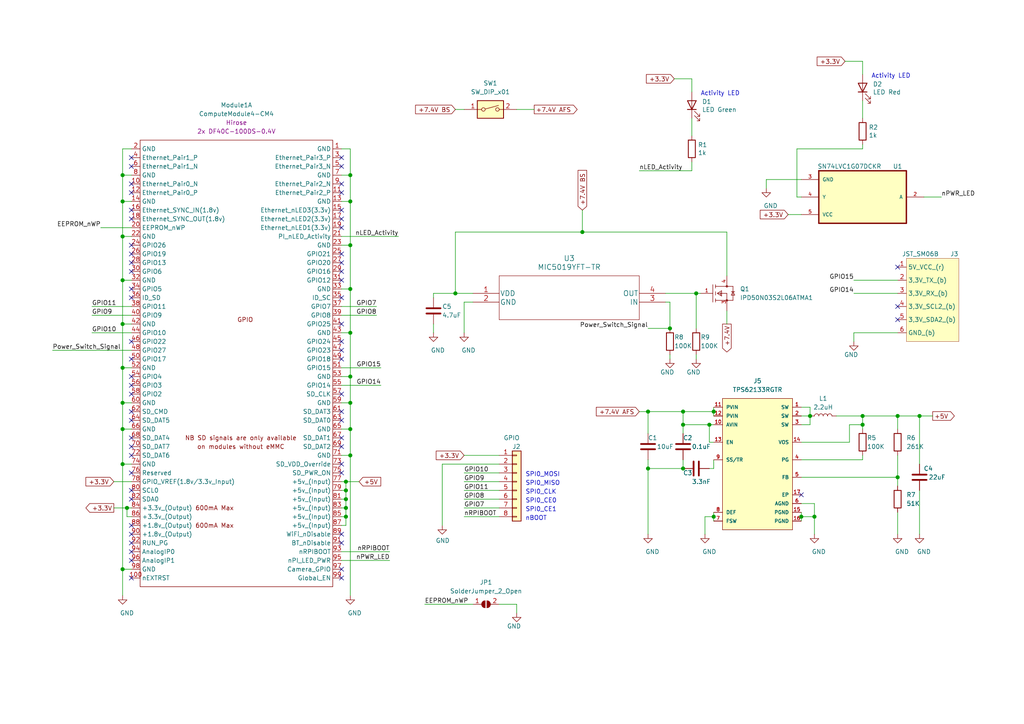
<source format=kicad_sch>
(kicad_sch (version 20210126) (generator eeschema)
  (paper "A4")
  (title_block (title "Raspberry Pi CM4 Carrier Board for Drone with Pixhawk") (date "2020-10-31") (rev "v01") (company "Universitetet i Agder") (comment 2 "creativecommons.org/licenses/by-sa/4.0") (comment 3 "License: CC BY 4.0") (comment 4 "Author: Martin Dahlseng Hermansen") (comment 6 "This is based on Shawn Hymels RPI CM4 Carrier Board Template") (comment 7 "Link to Shawn Hymels GIT: ") (comment 8 "https://github.com/ShawnHymel/rpi-cm4-carrier-template"))
  (junction (at 35.56 50.8) (diameter 1.016))
  (junction (at 35.56 58.42) (diameter 1.016))
  (junction (at 35.56 68.58) (diameter 1.016))
  (junction (at 35.56 81.28) (diameter 1.016))
  (junction (at 35.56 93.98) (diameter 1.016))
  (junction (at 35.56 106.68) (diameter 1.016))
  (junction (at 35.56 116.84) (diameter 1.016))
  (junction (at 35.56 124.46) (diameter 1.016))
  (junction (at 35.56 134.62) (diameter 1.016))
  (junction (at 35.56 165.1) (diameter 1.016))
  (junction (at 36.83 147.32) (diameter 1.016))
  (junction (at 100.33 139.7) (diameter 1.016))
  (junction (at 100.33 142.24) (diameter 1.016))
  (junction (at 100.33 144.78) (diameter 1.016))
  (junction (at 100.33 147.32) (diameter 1.016))
  (junction (at 100.33 149.86) (diameter 1.016))
  (junction (at 101.6 50.8) (diameter 1.016))
  (junction (at 101.6 58.42) (diameter 1.016))
  (junction (at 101.6 71.12) (diameter 1.016))
  (junction (at 101.6 83.82) (diameter 1.016))
  (junction (at 101.6 96.52) (diameter 1.016))
  (junction (at 101.6 109.22) (diameter 1.016))
  (junction (at 101.6 116.84) (diameter 1.016))
  (junction (at 101.6 124.46) (diameter 1.016))
  (junction (at 101.6 132.08) (diameter 1.016))
  (junction (at 132.08 85.09) (diameter 1.016))
  (junction (at 168.91 67.31) (diameter 1.016))
  (junction (at 187.96 119.38) (diameter 1.016))
  (junction (at 187.96 135.89) (diameter 1.016))
  (junction (at 194.31 95.25) (diameter 1.016))
  (junction (at 198.12 119.38) (diameter 1.016))
  (junction (at 198.12 123.19) (diameter 1.016))
  (junction (at 198.12 135.89) (diameter 1.016))
  (junction (at 201.93 85.09) (diameter 1.016))
  (junction (at 205.74 123.19) (diameter 1.016))
  (junction (at 207.01 119.38) (diameter 1.016))
  (junction (at 207.01 149.86) (diameter 1.016))
  (junction (at 232.41 149.86) (diameter 1.016))
  (junction (at 234.95 120.65) (diameter 1.016))
  (junction (at 236.22 149.86) (diameter 1.016))
  (junction (at 250.19 120.65) (diameter 1.016))
  (junction (at 250.19 123.19) (diameter 1.016))
  (junction (at 260.35 120.65) (diameter 1.016))
  (junction (at 260.35 138.43) (diameter 1.016))
  (junction (at 266.7 120.65) (diameter 1.016))
  (no_connect (at 38.1 45.72))
  (no_connect (at 38.1 48.26))
  (no_connect (at 38.1 53.34))
  (no_connect (at 38.1 55.88))
  (no_connect (at 38.1 60.96))
  (no_connect (at 38.1 63.5))
  (no_connect (at 38.1 71.12))
  (no_connect (at 38.1 73.66))
  (no_connect (at 38.1 76.2))
  (no_connect (at 38.1 78.74))
  (no_connect (at 38.1 83.82))
  (no_connect (at 38.1 86.36))
  (no_connect (at 38.1 99.06))
  (no_connect (at 38.1 104.14))
  (no_connect (at 38.1 109.22))
  (no_connect (at 38.1 111.76))
  (no_connect (at 38.1 114.3))
  (no_connect (at 38.1 119.38))
  (no_connect (at 38.1 121.92))
  (no_connect (at 38.1 127))
  (no_connect (at 38.1 129.54))
  (no_connect (at 38.1 132.08))
  (no_connect (at 38.1 137.16))
  (no_connect (at 38.1 142.24))
  (no_connect (at 38.1 144.78))
  (no_connect (at 38.1 152.4))
  (no_connect (at 38.1 154.94))
  (no_connect (at 38.1 157.48))
  (no_connect (at 38.1 160.02))
  (no_connect (at 38.1 162.56))
  (no_connect (at 38.1 167.64))
  (no_connect (at 99.06 45.72))
  (no_connect (at 99.06 48.26))
  (no_connect (at 99.06 53.34))
  (no_connect (at 99.06 55.88))
  (no_connect (at 99.06 60.96))
  (no_connect (at 99.06 63.5))
  (no_connect (at 99.06 66.04))
  (no_connect (at 99.06 73.66))
  (no_connect (at 99.06 76.2))
  (no_connect (at 99.06 78.74))
  (no_connect (at 99.06 81.28))
  (no_connect (at 99.06 86.36))
  (no_connect (at 99.06 93.98))
  (no_connect (at 99.06 99.06))
  (no_connect (at 99.06 101.6))
  (no_connect (at 99.06 104.14))
  (no_connect (at 99.06 114.3))
  (no_connect (at 99.06 119.38))
  (no_connect (at 99.06 121.92))
  (no_connect (at 99.06 127))
  (no_connect (at 99.06 129.54))
  (no_connect (at 99.06 134.62))
  (no_connect (at 99.06 137.16))
  (no_connect (at 99.06 154.94))
  (no_connect (at 99.06 157.48))
  (no_connect (at 99.06 165.1))
  (no_connect (at 99.06 167.64))
  (no_connect (at 232.41 143.51))
  (no_connect (at 260.35 77.47))
  (no_connect (at 260.35 88.9))
  (no_connect (at 260.35 92.71))
  (wire (pts (xy 15.24 101.6) (xy 38.1 101.6)))
  (wire (pts (xy 26.67 88.9) (xy 38.1 88.9)))
  (wire (pts (xy 26.67 91.44) (xy 38.1 91.44)))
  (wire (pts (xy 26.67 96.52) (xy 38.1 96.52)))
  (wire (pts (xy 29.21 66.04) (xy 38.1 66.04)))
  (wire (pts (xy 33.02 139.7) (xy 38.1 139.7)))
  (wire (pts (xy 33.02 147.32) (xy 36.83 147.32)))
  (wire (pts (xy 35.56 43.18) (xy 35.56 50.8)))
  (wire (pts (xy 35.56 50.8) (xy 35.56 58.42)))
  (wire (pts (xy 35.56 50.8) (xy 38.1 50.8)))
  (wire (pts (xy 35.56 58.42) (xy 35.56 68.58)))
  (wire (pts (xy 35.56 58.42) (xy 38.1 58.42)))
  (wire (pts (xy 35.56 68.58) (xy 35.56 81.28)))
  (wire (pts (xy 35.56 68.58) (xy 38.1 68.58)))
  (wire (pts (xy 35.56 81.28) (xy 35.56 93.98)))
  (wire (pts (xy 35.56 81.28) (xy 38.1 81.28)))
  (wire (pts (xy 35.56 93.98) (xy 35.56 106.68)))
  (wire (pts (xy 35.56 93.98) (xy 38.1 93.98)))
  (wire (pts (xy 35.56 106.68) (xy 35.56 116.84)))
  (wire (pts (xy 35.56 106.68) (xy 38.1 106.68)))
  (wire (pts (xy 35.56 116.84) (xy 35.56 124.46)))
  (wire (pts (xy 35.56 116.84) (xy 38.1 116.84)))
  (wire (pts (xy 35.56 124.46) (xy 35.56 134.62)))
  (wire (pts (xy 35.56 124.46) (xy 38.1 124.46)))
  (wire (pts (xy 35.56 134.62) (xy 35.56 165.1)))
  (wire (pts (xy 35.56 134.62) (xy 38.1 134.62)))
  (wire (pts (xy 35.56 165.1) (xy 35.56 172.72)))
  (wire (pts (xy 35.56 165.1) (xy 38.1 165.1)))
  (wire (pts (xy 36.83 147.32) (xy 38.1 147.32)))
  (wire (pts (xy 36.83 149.86) (xy 36.83 147.32)))
  (wire (pts (xy 38.1 43.18) (xy 35.56 43.18)))
  (wire (pts (xy 38.1 149.86) (xy 36.83 149.86)))
  (wire (pts (xy 99.06 43.18) (xy 101.6 43.18)))
  (wire (pts (xy 99.06 50.8) (xy 101.6 50.8)))
  (wire (pts (xy 99.06 58.42) (xy 101.6 58.42)))
  (wire (pts (xy 99.06 68.58) (xy 115.57 68.58)))
  (wire (pts (xy 99.06 71.12) (xy 101.6 71.12)))
  (wire (pts (xy 99.06 83.82) (xy 101.6 83.82)))
  (wire (pts (xy 99.06 88.9) (xy 109.22 88.9)))
  (wire (pts (xy 99.06 91.44) (xy 109.22 91.44)))
  (wire (pts (xy 99.06 96.52) (xy 101.6 96.52)))
  (wire (pts (xy 99.06 106.68) (xy 110.49 106.68)))
  (wire (pts (xy 99.06 109.22) (xy 101.6 109.22)))
  (wire (pts (xy 99.06 111.76) (xy 110.49 111.76)))
  (wire (pts (xy 99.06 116.84) (xy 101.6 116.84)))
  (wire (pts (xy 99.06 124.46) (xy 101.6 124.46)))
  (wire (pts (xy 99.06 132.08) (xy 101.6 132.08)))
  (wire (pts (xy 99.06 139.7) (xy 100.33 139.7)))
  (wire (pts (xy 99.06 142.24) (xy 100.33 142.24)))
  (wire (pts (xy 99.06 144.78) (xy 100.33 144.78)))
  (wire (pts (xy 99.06 147.32) (xy 100.33 147.32)))
  (wire (pts (xy 99.06 149.86) (xy 100.33 149.86)))
  (wire (pts (xy 99.06 152.4) (xy 100.33 152.4)))
  (wire (pts (xy 99.06 160.02) (xy 113.03 160.02)))
  (wire (pts (xy 99.06 162.56) (xy 113.03 162.56)))
  (wire (pts (xy 100.33 139.7) (xy 104.14 139.7)))
  (wire (pts (xy 100.33 142.24) (xy 100.33 139.7)))
  (wire (pts (xy 100.33 144.78) (xy 100.33 142.24)))
  (wire (pts (xy 100.33 147.32) (xy 100.33 144.78)))
  (wire (pts (xy 100.33 149.86) (xy 100.33 147.32)))
  (wire (pts (xy 100.33 152.4) (xy 100.33 149.86)))
  (wire (pts (xy 101.6 43.18) (xy 101.6 50.8)))
  (wire (pts (xy 101.6 50.8) (xy 101.6 58.42)))
  (wire (pts (xy 101.6 58.42) (xy 101.6 71.12)))
  (wire (pts (xy 101.6 71.12) (xy 101.6 83.82)))
  (wire (pts (xy 101.6 83.82) (xy 101.6 96.52)))
  (wire (pts (xy 101.6 96.52) (xy 101.6 109.22)))
  (wire (pts (xy 101.6 109.22) (xy 101.6 116.84)))
  (wire (pts (xy 101.6 116.84) (xy 101.6 124.46)))
  (wire (pts (xy 101.6 124.46) (xy 101.6 132.08)))
  (wire (pts (xy 101.6 132.08) (xy 101.6 172.72)))
  (wire (pts (xy 123.19 175.26) (xy 137.16 175.26)))
  (wire (pts (xy 125.73 85.09) (xy 125.73 86.36)))
  (wire (pts (xy 125.73 85.09) (xy 132.08 85.09)))
  (wire (pts (xy 125.73 93.98) (xy 125.73 96.52)))
  (wire (pts (xy 128.27 134.62) (xy 128.27 152.4)))
  (wire (pts (xy 128.27 134.62) (xy 144.78 134.62)))
  (wire (pts (xy 132.08 31.75) (xy 134.62 31.75)))
  (wire (pts (xy 132.08 67.31) (xy 132.08 85.09)))
  (wire (pts (xy 132.08 85.09) (xy 137.16 85.09)))
  (wire (pts (xy 134.62 87.63) (xy 134.62 96.52)))
  (wire (pts (xy 134.62 132.08) (xy 144.78 132.08)))
  (wire (pts (xy 134.62 137.16) (xy 144.78 137.16)))
  (wire (pts (xy 134.62 139.7) (xy 144.78 139.7)))
  (wire (pts (xy 134.62 142.24) (xy 144.78 142.24)))
  (wire (pts (xy 134.62 144.78) (xy 144.78 144.78)))
  (wire (pts (xy 134.62 147.32) (xy 144.78 147.32)))
  (wire (pts (xy 134.62 149.86) (xy 144.78 149.86)))
  (wire (pts (xy 137.16 87.63) (xy 134.62 87.63)))
  (wire (pts (xy 144.78 175.26) (xy 149.86 175.26)))
  (wire (pts (xy 149.86 31.75) (xy 154.94 31.75)))
  (wire (pts (xy 149.86 175.26) (xy 149.86 177.8)))
  (wire (pts (xy 168.91 60.96) (xy 168.91 67.31)))
  (wire (pts (xy 168.91 67.31) (xy 132.08 67.31)))
  (wire (pts (xy 185.42 49.53) (xy 200.66 49.53)))
  (wire (pts (xy 185.42 119.38) (xy 187.96 119.38)))
  (wire (pts (xy 187.96 95.25) (xy 194.31 95.25)))
  (wire (pts (xy 187.96 119.38) (xy 187.96 125.73)))
  (wire (pts (xy 187.96 119.38) (xy 198.12 119.38)))
  (wire (pts (xy 187.96 133.35) (xy 187.96 135.89)))
  (wire (pts (xy 187.96 135.89) (xy 187.96 154.94)))
  (wire (pts (xy 187.96 135.89) (xy 198.12 135.89)))
  (wire (pts (xy 193.04 85.09) (xy 201.93 85.09)))
  (wire (pts (xy 193.04 87.63) (xy 194.31 87.63)))
  (wire (pts (xy 194.31 87.63) (xy 194.31 95.25)))
  (wire (pts (xy 194.31 102.87) (xy 194.31 104.14)))
  (wire (pts (xy 195.58 22.86) (xy 200.66 22.86)))
  (wire (pts (xy 198.12 119.38) (xy 198.12 123.19)))
  (wire (pts (xy 198.12 119.38) (xy 207.01 119.38)))
  (wire (pts (xy 198.12 123.19) (xy 198.12 125.73)))
  (wire (pts (xy 198.12 133.35) (xy 198.12 135.89)))
  (wire (pts (xy 200.66 26.67) (xy 200.66 22.86)))
  (wire (pts (xy 200.66 34.29) (xy 200.66 39.37)))
  (wire (pts (xy 200.66 49.53) (xy 200.66 46.99)))
  (wire (pts (xy 201.93 85.09) (xy 201.93 95.25)))
  (wire (pts (xy 201.93 85.09) (xy 203.2 85.09)))
  (wire (pts (xy 201.93 102.87) (xy 201.93 104.14)))
  (wire (pts (xy 204.47 149.86) (xy 204.47 154.94)))
  (wire (pts (xy 205.74 123.19) (xy 198.12 123.19)))
  (wire (pts (xy 205.74 128.27) (xy 205.74 123.19)))
  (wire (pts (xy 205.74 135.89) (xy 207.01 135.89)))
  (wire (pts (xy 207.01 118.11) (xy 207.01 119.38)))
  (wire (pts (xy 207.01 119.38) (xy 207.01 120.65)))
  (wire (pts (xy 207.01 123.19) (xy 205.74 123.19)))
  (wire (pts (xy 207.01 128.27) (xy 205.74 128.27)))
  (wire (pts (xy 207.01 133.35) (xy 207.01 135.89)))
  (wire (pts (xy 207.01 148.59) (xy 207.01 149.86)))
  (wire (pts (xy 207.01 149.86) (xy 204.47 149.86)))
  (wire (pts (xy 207.01 149.86) (xy 207.01 151.13)))
  (wire (pts (xy 210.82 67.31) (xy 168.91 67.31)))
  (wire (pts (xy 210.82 67.31) (xy 210.82 80.01)))
  (wire (pts (xy 210.82 90.17) (xy 210.82 93.98)))
  (wire (pts (xy 222.25 52.07) (xy 222.25 54.61)))
  (wire (pts (xy 228.6 62.23) (xy 232.41 62.23)))
  (wire (pts (xy 231.14 43.18) (xy 250.19 43.18)))
  (wire (pts (xy 231.14 57.15) (xy 231.14 43.18)))
  (wire (pts (xy 232.41 52.07) (xy 222.25 52.07)))
  (wire (pts (xy 232.41 57.15) (xy 231.14 57.15)))
  (wire (pts (xy 232.41 118.11) (xy 234.95 118.11)))
  (wire (pts (xy 232.41 120.65) (xy 234.95 120.65)))
  (wire (pts (xy 232.41 123.19) (xy 234.95 123.19)))
  (wire (pts (xy 232.41 128.27) (xy 246.38 128.27)))
  (wire (pts (xy 232.41 133.35) (xy 250.19 133.35)))
  (wire (pts (xy 232.41 138.43) (xy 260.35 138.43)))
  (wire (pts (xy 232.41 148.59) (xy 232.41 149.86)))
  (wire (pts (xy 232.41 149.86) (xy 232.41 151.13)))
  (wire (pts (xy 232.41 149.86) (xy 236.22 149.86)))
  (wire (pts (xy 234.95 118.11) (xy 234.95 120.65)))
  (wire (pts (xy 234.95 120.65) (xy 234.95 123.19)))
  (wire (pts (xy 236.22 146.05) (xy 232.41 146.05)))
  (wire (pts (xy 236.22 146.05) (xy 236.22 149.86)))
  (wire (pts (xy 236.22 149.86) (xy 236.22 154.94)))
  (wire (pts (xy 242.57 120.65) (xy 250.19 120.65)))
  (wire (pts (xy 245.11 17.78) (xy 250.19 17.78)))
  (wire (pts (xy 246.38 123.19) (xy 250.19 123.19)))
  (wire (pts (xy 246.38 128.27) (xy 246.38 123.19)))
  (wire (pts (xy 247.65 81.28) (xy 260.35 81.28)))
  (wire (pts (xy 247.65 85.09) (xy 260.35 85.09)))
  (wire (pts (xy 247.65 96.52) (xy 247.65 99.06)))
  (wire (pts (xy 247.65 96.52) (xy 260.35 96.52)))
  (wire (pts (xy 250.19 21.59) (xy 250.19 17.78)))
  (wire (pts (xy 250.19 29.21) (xy 250.19 34.29)))
  (wire (pts (xy 250.19 43.18) (xy 250.19 41.91)))
  (wire (pts (xy 250.19 120.65) (xy 250.19 123.19)))
  (wire (pts (xy 250.19 120.65) (xy 260.35 120.65)))
  (wire (pts (xy 250.19 123.19) (xy 250.19 124.46)))
  (wire (pts (xy 250.19 132.08) (xy 250.19 133.35)))
  (wire (pts (xy 260.35 120.65) (xy 260.35 124.46)))
  (wire (pts (xy 260.35 120.65) (xy 266.7 120.65)))
  (wire (pts (xy 260.35 132.08) (xy 260.35 138.43)))
  (wire (pts (xy 260.35 138.43) (xy 260.35 140.97)))
  (wire (pts (xy 260.35 148.59) (xy 260.35 154.94)))
  (wire (pts (xy 266.7 120.65) (xy 266.7 134.62)))
  (wire (pts (xy 266.7 120.65) (xy 270.51 120.65)))
  (wire (pts (xy 266.7 142.24) (xy 266.7 154.94)))
  (wire (pts (xy 267.97 57.15) (xy 273.05 57.15)))
  (text "SPI0_MOSI" (at 152.4 138.43 0) (effects (font (size 1.27 1.27)) (justify left bottom)))
  (text "SPI0_MISO" (at 152.4 140.97 0) (effects (font (size 1.27 1.27)) (justify left bottom)))
  (text "SPI0_CLK" (at 152.4 143.51 0) (effects (font (size 1.27 1.27)) (justify left bottom)))
  (text "SPI0_CE0" (at 152.4 146.05 0) (effects (font (size 1.27 1.27)) (justify left bottom)))
  (text "SPI0_CE1" (at 152.4 148.59 0) (effects (font (size 1.27 1.27)) (justify left bottom)))
  (text "nBOOT" (at 152.4 151.13 0) (effects (font (size 1.27 1.27)) (justify left bottom)))
  (text "Activity LED" (at 203.2 27.94 0) (effects (font (size 1.27 1.27)) (justify left bottom)))
  (text "Activity LED" (at 252.73 22.86 0) (effects (font (size 1.27 1.27)) (justify left bottom)))
  (label "Power_Switch_Signal" (at 15.24 101.6 0))
  (label "GPIO11" (at 26.67 88.9 0))
  (label "GPIO9" (at 26.67 91.44 0))
  (label "GPIO10" (at 26.67 96.52 0))
  (label "EEPROM_nWP" (at 29.21 66.04 180))
  (label "GPIO7" (at 109.22 88.9 180))
  (label "GPIO8" (at 109.22 91.44 180))
  (label "GPIO15" (at 110.49 106.68 180))
  (label "GPIO14" (at 110.49 111.76 180))
  (label "nRPIBOOT" (at 113.03 160.02 180))
  (label "nPWR_LED" (at 113.03 162.56 180))
  (label "nLED_Activity" (at 115.57 68.58 180))
  (label "EEPROM_nWP" (at 123.19 175.26 0))
  (label "GPIO10" (at 134.62 137.16 0))
  (label "GPIO9" (at 134.62 139.7 0))
  (label "GPIO11" (at 134.62 142.24 0))
  (label "GPIO8" (at 134.62 144.78 0))
  (label "GPIO7" (at 134.62 147.32 0))
  (label "nRPIBOOT" (at 134.62 149.86 0))
  (label "nLED_Activity" (at 185.42 49.53 0))
  (label "Power_Switch_Signal" (at 187.96 95.25 180))
  (label "GPIO15" (at 247.65 81.28 180))
  (label "GPIO14" (at 247.65 85.09 180))
  (label "nPWR_LED" (at 273.05 57.15 0))
  (global_label "+3.3V" (shape input) (at 33.02 139.7 180) (property "Intersheet References" "${INTERSHEET_REFS}" (effects hide)))
  (global_label "+3.3V" (shape output) (at 33.02 147.32 180) (property "Intersheet References" "${INTERSHEET_REFS}" (effects hide)))
  (global_label "+5V" (shape input) (at 104.14 139.7 0) (property "Intersheet References" "${INTERSHEET_REFS}" (effects hide)))
  (global_label "+7.4V BS" (shape input) (at 132.08 31.75 180) (property "Intersheet References" "${INTERSHEET_REFS}" (effects hide)))
  (global_label "+3.3V" (shape input) (at 134.62 132.08 180) (property "Intersheet References" "${INTERSHEET_REFS}" (effects hide)))
  (global_label "+7.4V AFS" (shape output) (at 154.94 31.75 0) (property "Intersheet References" "${INTERSHEET_REFS}" (effects hide)))
  (global_label "+7.4V BS" (shape input) (at 168.91 60.96 90) (property "Intersheet References" "${INTERSHEET_REFS}" (effects hide)))
  (global_label "+7.4V AFS" (shape input) (at 185.42 119.38 180) (property "Intersheet References" "${INTERSHEET_REFS}" (effects hide)))
  (global_label "+3.3V" (shape input) (at 195.58 22.86 180) (property "Intersheet References" "${INTERSHEET_REFS}" (effects hide)))
  (global_label "+7.4V" (shape output) (at 210.82 93.98 270) (property "Intersheet References" "${INTERSHEET_REFS}" (effects hide)))
  (global_label "+3.3V" (shape input) (at 228.6 62.23 180) (property "Intersheet References" "${INTERSHEET_REFS}" (effects hide)))
  (global_label "+3.3V" (shape input) (at 245.11 17.78 180) (property "Intersheet References" "${INTERSHEET_REFS}" (effects hide)))
  (global_label "+5V" (shape output) (at 270.51 120.65 0) (property "Intersheet References" "${INTERSHEET_REFS}" (effects hide)))
  (symbol (lib_id "Device:L") (at 238.76 120.65 90) (unit 1)
    (property "Reference" "L1" (at 238.76 115.57 90))
    (property "Value" "2.2uH" (at 238.76 118.11 90))
    (property "Footprint" "Inductor_SMD:L_0805_2012Metric" (effects hide))
    (property "Datasheet" "https://lcsc.com/product-detail/Inductors-SMD_Yanchuang-SCMI201209U2R2KT_C479898.html" (effects hide))
    (property "LCSC PN" "C479898" (effects hide))
    (property "MPN" "SCMI201209U2R2KT" (effects hide))
  )
  (symbol (lib_id "power:GND") (at 35.56 172.72 0) (unit 1)
    (property "Reference" "#PWR0101" (effects hide))
    (property "Value" "GND" (at 36.83 177.8 0))
  )
  (symbol (lib_id "power:GND") (at 101.6 172.72 0) (unit 1)
    (property "Reference" "#PWR0104" (effects hide))
    (property "Value" "GND" (at 102.87 177.8 0))
  )
  (symbol (lib_id "power:GND") (at 125.73 96.52 0) (unit 1)
    (property "Reference" "#PWR02" (effects hide))
    (property "Value" "GND" (at 127 101.6 0))
  )
  (symbol (lib_id "power:GND") (at 128.27 152.4 0) (unit 1)
    (property "Reference" "#PWR0102" (effects hide))
    (property "Value" "GND" (at 128.397 156.7942 0))
  )
  (symbol (lib_id "power:GND") (at 134.62 96.52 0) (unit 1)
    (property "Reference" "#PWR03" (effects hide))
    (property "Value" "GND" (at 135.89 101.6 0))
  )
  (symbol (lib_id "power:GND") (at 149.86 177.8 0) (unit 1)
    (property "Reference" "#PWR0105" (effects hide))
    (property "Value" "GND" (at 151.13 181.61 0) (effects (justify right)))
  )
  (symbol (lib_id "power:GND") (at 187.96 154.94 0) (unit 1)
    (property "Reference" "#PWR0110" (effects hide))
    (property "Value" "GND" (at 189.23 160.02 0))
  )
  (symbol (lib_id "power:GND") (at 194.31 104.14 0) (unit 1)
    (property "Reference" "#PWR06" (effects hide))
    (property "Value" "GND" (at 195.58 107.95 0) (effects (justify right)))
  )
  (symbol (lib_id "power:GND") (at 201.93 104.14 0) (unit 1)
    (property "Reference" "#PWR07" (effects hide))
    (property "Value" "GND" (at 203.2 107.95 0) (effects (justify right)))
  )
  (symbol (lib_id "power:GND") (at 204.47 154.94 0) (unit 1)
    (property "Reference" "#PWR0113" (effects hide))
    (property "Value" "GND" (at 205.74 160.02 0))
  )
  (symbol (lib_id "power:GND") (at 222.25 54.61 0) (unit 1)
    (property "Reference" "#PWR0106" (effects hide))
    (property "Value" "GND" (at 223.52 59.69 0))
  )
  (symbol (lib_id "power:GND") (at 236.22 154.94 0) (unit 1)
    (property "Reference" "#PWR0114" (effects hide))
    (property "Value" "GND" (at 237.49 160.02 0))
  )
  (symbol (lib_id "power:GND") (at 247.65 99.06 0) (unit 1)
    (property "Reference" "#PWR0103" (effects hide))
    (property "Value" "GND" (at 248.92 102.87 0) (effects (justify right)))
  )
  (symbol (lib_id "power:GND") (at 260.35 154.94 0) (unit 1)
    (property "Reference" "#PWR05" (effects hide))
    (property "Value" "GND" (at 261.62 160.02 0))
  )
  (symbol (lib_id "power:GND") (at 266.7 154.94 0) (unit 1)
    (property "Reference" "#PWR0112" (effects hide))
    (property "Value" "GND" (at 267.97 160.02 0))
  )
  (symbol (lib_id "Device:R") (at 194.31 99.06 0) (unit 1)
    (property "Reference" "R8" (at 195.58 97.79 0) (effects (justify left)))
    (property "Value" "100K" (at 195.58 100.33 0) (effects (justify left)))
    (property "Footprint" "Resistor_SMD:R_0805_2012Metric" (effects hide))
    (property "LCSC PN" "C328379" (effects hide))
    (property "MPN" "AECR0805F100KK9" (effects hide))
  )
  (symbol (lib_id "Device:R") (at 200.66 43.18 0) (unit 1)
    (property "Reference" "R1" (at 202.438 42.0116 0) (effects (justify left)))
    (property "Value" "1k" (at 202.438 44.323 0) (effects (justify left)))
    (property "Footprint" "Resistor_SMD:R_0805_2012Metric" (effects hide))
    (property "LCSC_PN" "C17513" (effects hide))
    (property "Manufacturer" "UNI-ROYAL(Uniroyal Elec)" (effects hide))
    (property "MPN" " 0805W8F1001T5E" (effects hide))
  )
  (symbol (lib_id "Device:R") (at 201.93 99.06 0) (unit 1)
    (property "Reference" "R9" (at 203.2 97.79 0) (effects (justify left)))
    (property "Value" "100K" (at 203.2 100.33 0) (effects (justify left)))
    (property "Footprint" "Resistor_SMD:R_0805_2012Metric" (effects hide))
    (property "LCSC PN" "C328379" (effects hide))
    (property "MPN" "AECR0805F100KK9" (effects hide))
  )
  (symbol (lib_id "Device:R") (at 250.19 38.1 0) (unit 1)
    (property "Reference" "R2" (at 251.968 36.9316 0) (effects (justify left)))
    (property "Value" "1k" (at 251.968 39.243 0) (effects (justify left)))
    (property "Footprint" "Resistor_SMD:R_0805_2012Metric" (effects hide))
    (property "LCSC_PN" "C17513" (effects hide))
    (property "Manufacturer" " UNI-ROYAL(Uniroyal Elec)" (effects hide))
    (property "MPN" "0805W8F1001T5E" (effects hide))
  )
  (symbol (lib_id "Device:R") (at 250.19 128.27 0) (unit 1)
    (property "Reference" "R5" (at 251.46 127 0) (effects (justify left)))
    (property "Value" "100K" (at 251.46 129.54 0) (effects (justify left)))
    (property "Footprint" "Resistor_SMD:R_0805_2012Metric" (effects hide))
    (property "LCSC PN" "C328379" (effects hide))
    (property "MPN" "AECR0805F100KK9" (effects hide))
  )
  (symbol (lib_id "Device:R") (at 260.35 128.27 0) (unit 1)
    (property "Reference" "R6" (at 262.89 127 0) (effects (justify left)))
    (property "Value" "261K" (at 262.89 129.54 0) (effects (justify left)))
    (property "Footprint" "Resistor_SMD:R_0805_2012Metric" (effects hide))
    (property "Datasheet" "https://no.farnell.com/te-connectivity/rn73c2a261kbtdf/res-261k-0-1-0-1w-0805-thin-film/dp/2613378" (effects hide))
  )
  (symbol (lib_id "Device:R") (at 260.35 144.78 0) (unit 1)
    (property "Reference" "R7" (at 262.89 143.51 0) (effects (justify left)))
    (property "Value" "51K" (at 262.89 146.05 0) (effects (justify left)))
    (property "Footprint" "Resistor_SMD:R_0805_2012Metric" (effects hide))
    (property "Datasheet" "https://no.farnell.com/vishay/pnm0805e5002bst5/res-50k-0-1-0-2w-0805-thin-film/dp/1857226" (effects hide))
  )
  (symbol (lib_id "Jumper:SolderJumper_2_Open") (at 140.97 175.26 0) (unit 1)
    (property "Reference" "JP1" (at 140.97 168.91 0))
    (property "Value" "SolderJumper_2_Open" (at 140.97 171.45 0))
    (property "Footprint" "Jumper:SolderJumper-2_P1.3mm_Open_RoundedPad1.0x1.5mm" (effects hide))
  )
  (symbol (lib_id "Device:LED") (at 200.66 30.48 90) (unit 1)
    (property "Reference" "D1" (at 203.6318 29.4894 90) (effects (justify right)))
    (property "Value" "LED Green" (at 203.6318 31.8008 90) (effects (justify right)))
    (property "Footprint" "LED_SMD:LED_0805_2012Metric" (effects hide))
    (property "Datasheet" "https://lcsc.com/product-detail/Light-Emitting-Diodes-LED_Foshan-NationStar-Optoelectronics-NCD0805G1_C84260.html" (effects hide))
    (property "LCSC_PN" "C84260" (effects hide))
    (property "Part Description" "Foshan NationStar Optoelectronics NCD0805G1 " (effects hide))
    (property "Manufacturer" "Foshan NationStar Optoelectronics" (effects hide))
    (property "MPN" "NCD0805G1" (effects hide))
  )
  (symbol (lib_id "Device:LED") (at 250.19 25.4 90) (unit 1)
    (property "Reference" "D2" (at 253.1618 24.4094 90) (effects (justify right)))
    (property "Value" "LED Red" (at 253.162 26.721 90) (effects (justify right)))
    (property "Footprint" "LED_SMD:LED_0805_2012Metric" (effects hide))
    (property "Datasheet" "https://lcsc.com/product-detail/Light-Emitting-Diodes-LED_0805-Red-LED-Iv-61mcd-Typ-atIF-20mA_C72037.html" (effects hide))
    (property "LCSC_PN" "C72037" (effects hide))
    (property "Manufacturer" " Everlight Elec" (effects hide))
    (property "MPN" "17-21SURC/S530-A3/TR8" (effects hide))
  )
  (symbol (lib_id "Device:C") (at 125.73 90.17 0) (unit 1)
    (property "Reference" "C5" (at 128.27 88.9 0) (effects (justify left)))
    (property "Value" "4.7uF" (at 128.27 91.44 0) (effects (justify left)))
    (property "Footprint" "Capacitor_SMD:C_0805_2012Metric" (effects hide))
  )
  (symbol (lib_id "Device:C") (at 187.96 129.54 0) (unit 1)
    (property "Reference" "C1" (at 187.96 127 0) (effects (justify left)))
    (property "Value" "10uF" (at 190.5 129.54 0) (effects (justify left)))
    (property "Footprint" "Capacitor_SMD:C_0805_2012Metric" (effects hide))
    (property "Datasheet" "https://lcsc.com/product-detail/Multilayer-Ceramic-Capacitors-MLCC-SMD-SMT_Samsung-Electro-Mechanics-CL21A106KPFNNNE_C17024.html" (effects hide))
    (property "LCSC PN" "C17024" (effects hide))
    (property "MPN" "CL21A106KPFNNNE" (effects hide))
  )
  (symbol (lib_id "Device:C") (at 198.12 129.54 0) (unit 1)
    (property "Reference" "C2" (at 198.12 127 0) (effects (justify left)))
    (property "Value" "0.1uF" (at 200.66 129.54 0) (effects (justify left)))
    (property "Footprint" "Capacitor_SMD:C_0805_2012Metric" (effects hide))
    (property "Datasheet" "https://lcsc.com/product-detail/Multilayer-Ceramic-Capacitors-MLCC-SMD-SMT_SAMSUNG_CL21B104KBCNNNC_100nF-104-10-50V_C1711.html" (effects hide))
    (property "LCSC PN" "C1711" (effects hide))
    (property "MPN" "CL21B104KBCNNNC" (effects hide))
  )
  (symbol (lib_id "Device:C") (at 201.93 135.89 270) (unit 1)
    (property "Reference" "C3" (at 198.12 137.16 90) (effects (justify left)))
    (property "Value" "3.3nF" (at 200.66 139.7 90) (effects (justify left)))
    (property "Footprint" "Capacitor_SMD:C_0805_2012Metric" (effects hide))
    (property "Datasheet" "https://lcsc.com/product-detail/Multilayer-Ceramic-Capacitors-MLCC-SMD-SMT_Samsung-Electro-Mechanics-CL21B332KBANNNC_C53175.html" (effects hide))
    (property "LCSC PN" "C53175" (effects hide))
    (property "MPN" "CL21B332KBANNNC" (effects hide))
  )
  (symbol (lib_id "Device:C") (at 266.7 138.43 0) (unit 1)
    (property "Reference" "C4" (at 269.24 135.89 0))
    (property "Value" "22uF" (at 271.78 138.43 0))
    (property "Footprint" "Capacitor_SMD:C_0805_2012Metric" (effects hide))
    (property "Datasheet" "https://lcsc.com/product-detail/Multilayer-Ceramic-Capacitors-MLCC-SMD-SMT_Samsung-Electro-Mechanics-CL21C220JBANNNC_C1804.html" (effects hide))
    (property "LCSC PN" "C1804" (effects hide))
    (property "MPN" "CL21C220JBANNNC" (effects hide))
  )
  (symbol (lib_id "Switch:SW_DIP_x01") (at 142.24 31.75 0) (unit 1)
    (property "Reference" "SW1" (at 142.24 24.13 0))
    (property "Value" "SW_DIP_x01" (at 142.24 26.67 0))
    (property "Datasheet" "https://no.farnell.com/c-k-components/s201031ms02q/slide-switch-dpst-6a-250v-tht/dp/2931783" (effects hide))
  )
  (symbol (lib_id "Trans_Infineon_IPD50N03S2L06ATMA1:IPD50N03S2L06ATMA1") (at 200.66 85.09 0) (unit 1)
    (property "Reference" "Q1" (at 214.63 83.82 0) (effects (justify left)))
    (property "Value" "IPD50N03S2L06ATMA1" (at 214.63 86.36 0) (effects (justify left)))
    (property "Footprint" "Trans_Infineon_IPD50N03S2L06ATMA1:Trans_Infineon_IPD50N03S2L06ATMA1" (effects hide))
    (property "Datasheet" "https://www.infineon.com/dgdl/Infineon-IPD50N03S2L_06-DS-v01_00-en.pdf?fileId=db3a304412b407950112b4270cfc3b6e" (effects hide))
    (property "automotive" "Yes" (effects hide))
    (property "automotive grade" "Grade 0" (effects hide))
    (property "category" "Trans" (effects hide))
    (property "continuous drain current" "50A" (effects hide))
    (property "depletion mode" "False" (effects hide))
    (property "device class L1" "Discrete Semiconductors" (effects hide))
    (property "device class L2" "Transistors" (effects hide))
    (property "device class L3" "MOSFETs" (effects hide))
    (property "digikey description" "MOSFET N-CH 30V 50A TO252-3" (effects hide))
    (property "digikey part number" "IPD50N03S2L06ATMA1CT-ND" (effects hide))
    (property "drain to source breakdown voltage" "30V" (effects hide))
    (property "drain to source resistance" "5.1mΩ" (effects hide))
    (property "drain to source voltage" "30V" (effects hide))
    (property "footprint url" "https://www.infineon.com/cms/en/product/packages/PG-TO252/PG-TO252-3-11/" (effects hide))
    (property "gate charge at vgs" "50nC @ 10V" (effects hide))
    (property "gate to source voltage" "20V" (effects hide))
    (property "height" "2.5mm" (effects hide))
    (property "input capacitace at vds" "1900pF @ 25V" (effects hide))
    (property "lead free" "Yes" (effects hide))
    (property "library id" "79f5270008093ab4" (effects hide))
    (property "manufacturer" "Infineon" (effects hide))
    (property "max forward diode voltage" "1.3V" (effects hide))
    (property "max junction temp" "+175°C" (effects hide))
    (property "mouser description" "Trans MOSFET N-CH 30V 50A 3-Pin(2+Tab) TO-252" (effects hide))
    (property "number of N channels" "1" (effects hide))
    (property "number of channels" "1" (effects hide))
    (property "package" "DPAK" (effects hide))
    (property "power dissipation" "136W" (effects hide))
    (property "pulse drain current" "200A" (effects hide))
    (property "reverse recovery charge" "50nC" (effects hide))
    (property "reverse recovery time" "40ns" (effects hide))
    (property "rohs" "Yes" (effects hide))
    (property "rthja max" "75K/W" (effects hide))
    (property "standoff height" "0mm" (effects hide))
    (property "temperature range high" "+175°C" (effects hide))
    (property "temperature range low" "-55°C" (effects hide))
    (property "threshold vgs max" "2V" (effects hide))
    (property "threshold vgs min" "1.2V" (effects hide))
    (property "turn off delay time" "40ns" (effects hide))
    (property "turn on delay time" "10ns" (effects hide))
    (property "typ forward diode voltage" "0.9V" (effects hide))
  )
  (symbol (lib_id "Connector_Generic:Conn_01x08") (at 149.86 139.7 0) (unit 1)
    (property "Reference" "J2" (at 148.59 129.54 0) (effects (justify left)))
    (property "Value" "GPIO" (at 146.05 127 0) (effects (justify left)))
    (property "Footprint" "Connector_PinHeader_2.54mm:PinHeader_1x08_P2.54mm_Vertical" (effects hide))
  )
  (symbol (lib_id "JST_SM06B:JST_SM06B") (at 270.51 74.93 0) (unit 1)
    (property "Reference" "J3" (at 275.59 73.66 0) (effects (justify left)))
    (property "Value" "JST_SM06B" (at 261.62 73.66 0) (effects (justify left)))
    (property "Footprint" "JST_SM06B:JST_GH_SM06B-GHS-TB_1x06-1MP_P1.25mm_Horizontal" (effects hide))
    (property "LSCS MPN" "C133065" (effects hide))
    (property "MPN" " SM06B-GHS-TB(LF)(SN)" (effects hide))
  )
  (symbol (lib_id "SN74LVC1G07DCKR:SN74LVC1G07DCKR") (at 250.19 57.15 180) (unit 1)
    (property "Reference" "U1" (at 260.35 48.26 0))
    (property "Value" "SN74LVC1G07DCKR" (at 246.38 48.26 0))
    (property "Footprint" "Texas Instruments SN74LVC1G07DCKR:SOT65P210X110-5N" (effects hide))
    (property "Datasheet" "https://datasheet.lcsc.com/szlcsc/1811121113_Texas-Instruments-SN74LVC1G07DCKR_C7830.pdf" (effects hide))
    (property "LCSC PN" " C7830" (effects hide))
    (property "MPN" " SN74LVC1G07DCKR" (effects hide))
  )
  (symbol (lib_id "MIC5019YFT-TR:MIC5019YFT-TR") (at 137.16 85.09 0) (unit 1)
    (property "Reference" "U3" (at 165.1 74.93 0) (effects (font (size 1.524 1.524))))
    (property "Value" "MIC5019YFT-TR" (at 165.1 77.47 0) (effects (font (size 1.524 1.524))))
    (property "Footprint" "MIC5019YFT-TR:MIC5019YFT-TR" (effects hide))
    (property "Datasheet" "https://www.microchip.com/wwwproducts/en/MIC5019" (effects hide))
  )
  (symbol (lib_id "TPS62133:TPS62133RGTR") (at 204.47 118.11 0) (unit 1)
    (property "Reference" "J5" (at 219.71 110.49 0))
    (property "Value" "TPS62133RGTR" (at 219.71 113.03 0))
    (property "Footprint" "TPS62133:Texas_Instruments-TPS62133RGTR-Manufacturer_Recommended" (effects hide))
    (property "Datasheet" "https://www.ti.com/lit/ds/symlink/tps62133.pdf?ts=1614957176833&ref_url=https%253A%252F%252Fwww.ti.com%252Fproduct%252FTPS62133" (effects hide))
    (property "LCSC MPN" "C73973" (effects hide))
    (property "Component Link 2 Description" "Package Specification" (effects hide))
    (property "Component Link 2 URL" "http://www.ti.com/litv/pdf/mpqf119g" (effects hide))
    (property "Component Link 3 Description" "URL Link1" (effects hide))
    (property "Component Link 3 URL" "Samples URL:http://www.ti.com/product/tps62133#samples" (effects hide))
    (property "Datasheet Version" "SLVSAG7" (effects hide))
    (property "Duty CycleMax" "100" (effects hide))
    (property "Iout Max A" "3" (effects hide))
    (property "Iq Typm A" "0.017" (effects hide))
    (property "Mounting Technology" "Surface Mount" (effects hide))
    (property "Package Description" "16-Pin Plastic Quad Flat No-Lead, 3 x 3 mm Body, 0.5 mm Pitch, 1.7 x 1.7 mm Exposed Pad" (effects hide))
    (property "Package Version" "revH, Oct-2011" (effects hide))
    (property "Preset VoutV" "5" (effects hide))
    (property "Rating" "Catalog" (effects hide))
    (property "Regulated Outputs" "1" (effects hide))
    (property "Sub Family" "Step-Down Regulator" (effects hide))
    (property "Switch Current LimitTypA" "4.2" (effects hide))
    (property "Synchronous Rectification" "true" (effects hide))
    (property "Topology" "Buck" (effects hide))
    (property "Vin Max V" "17" (effects hide))
    (property "Vin Min V" "3" (effects hide))
    (property "Vout Max V" "5" (effects hide))
    (property "Vout Min V" "5" (effects hide))
    (property "category" "IC" (effects hide))
    (property "ciiva ids" "1489568" (effects hide))
    (property "library id" "4448c7d54b95d140" (effects hide))
    (property "manufacturer" "Texas Instruments" (effects hide))
    (property "package" "RGT0016C" (effects hide))
    (property "release date" "1464593309" (effects hide))
    (property "rohs" "Yes" (effects hide))
    (property "vault revision" "015DBBDD-3397-4736-845A-37AE7F95FDEE" (effects hide))
    (property "imported" "yes" (effects hide))
  )
  (symbol (lib_id "CM4IO:ComputeModule4-CM4") (at 71.12 99.06 0) (unit 1)
    (property "Reference" "Module1" (at 68.58 30.48 0))
    (property "Value" "ComputeModule4-CM4" (at 68.58 33.02 0))
    (property "Footprint" "CM4IO:Raspberry-Pi-4-Compute-Module" (effects hide))
    (property "LCSC PN" " C597931" (effects hide))
    (property "Manufacturer" "Hirose" (at 68.58 35.56 0))
    (property "MPN" "2x DF40C-100DS-0.4V" (at 68.58 38.1 0))
  )
)
</source>
